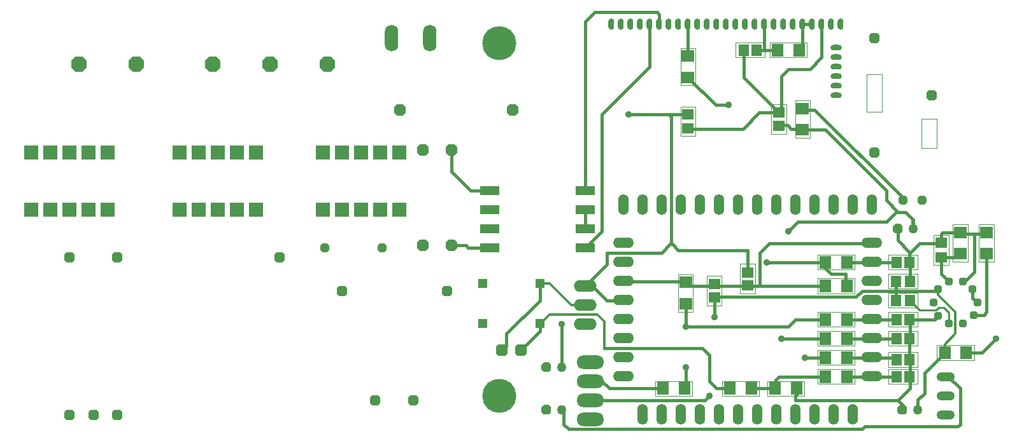
<source format=gtl>
%FSLAX44Y44*%
%MOMM*%
G71*
G01*
G75*
G04 Layer_Physical_Order=1*
G04 Layer_Color=255*
%ADD10R,1.6002X1.8034*%
%ADD11R,1.8034X1.6002*%
%ADD12R,1.3208X1.5240*%
%ADD13R,1.5240X1.3208*%
%ADD14R,2.5400X1.2700*%
%ADD15C,0.4064*%
%ADD16C,0.2540*%
%ADD17C,0.3048*%
%ADD18C,0.0508*%
G04:AMPARAMS|DCode=19|XSize=1.9812mm|YSize=1.9812mm|CornerRadius=0mm|HoleSize=0mm|Usage=FLASHONLY|Rotation=180.000|XOffset=0mm|YOffset=0mm|HoleType=Round|Shape=Octagon|*
%AMOCTAGOND19*
4,1,8,-0.9906,0.4953,-0.9906,-0.4953,-0.4953,-0.9906,0.4953,-0.9906,0.9906,-0.4953,0.9906,0.4953,0.4953,0.9906,-0.4953,0.9906,-0.9906,0.4953,0.0*
%
%ADD19OCTAGOND19*%

%ADD20C,1.2700*%
G04:AMPARAMS|DCode=21|XSize=1.27mm|YSize=1.27mm|CornerRadius=0mm|HoleSize=0mm|Usage=FLASHONLY|Rotation=180.000|XOffset=0mm|YOffset=0mm|HoleType=Round|Shape=Octagon|*
%AMOCTAGOND21*
4,1,8,-0.6350,0.3175,-0.6350,-0.3175,-0.3175,-0.6350,0.3175,-0.6350,0.6350,-0.3175,0.6350,0.3175,0.3175,0.6350,-0.3175,0.6350,-0.6350,0.3175,0.0*
%
%ADD21OCTAGOND21*%

%ADD22O,3.6576X1.8288*%
G04:AMPARAMS|DCode=23|XSize=1.0668mm|YSize=1.0668mm|CornerRadius=0mm|HoleSize=0mm|Usage=FLASHONLY|Rotation=90.000|XOffset=0mm|YOffset=0mm|HoleType=Round|Shape=Octagon|*
%AMOCTAGOND23*
4,1,8,0.2667,0.5334,-0.2667,0.5334,-0.5334,0.2667,-0.5334,-0.2667,-0.2667,-0.5334,0.2667,-0.5334,0.5334,-0.2667,0.5334,0.2667,0.2667,0.5334,0.0*
%
%ADD23OCTAGOND23*%

%ADD24O,3.0480X1.5240*%
%ADD25O,2.7432X1.3716*%
%ADD26O,1.3716X2.7432*%
%ADD27O,1.5240X0.7620*%
%ADD28O,0.7620X1.5240*%
G04:AMPARAMS|DCode=29|XSize=1.524mm|YSize=1.524mm|CornerRadius=0mm|HoleSize=0mm|Usage=FLASHONLY|Rotation=270.000|XOffset=0mm|YOffset=0mm|HoleType=Round|Shape=Octagon|*
%AMOCTAGOND29*
4,1,8,-0.3810,-0.7620,0.3810,-0.7620,0.7620,-0.3810,0.7620,0.3810,0.3810,0.7620,-0.3810,0.7620,-0.7620,0.3810,-0.7620,-0.3810,-0.3810,-0.7620,0.0*
%
%ADD29OCTAGOND29*%

%ADD30O,2.4384X1.2192*%
%ADD31O,1.7780X3.5560*%
%ADD32R,1.8288X1.8288*%
G04:AMPARAMS|DCode=33|XSize=1.2192mm|YSize=1.2192mm|CornerRadius=0mm|HoleSize=0mm|Usage=FLASHONLY|Rotation=0.000|XOffset=0mm|YOffset=0mm|HoleType=Round|Shape=Octagon|*
%AMOCTAGOND33*
4,1,8,0.6096,-0.3048,0.6096,0.3048,0.3048,0.6096,-0.3048,0.6096,-0.6096,0.3048,-0.6096,-0.3048,-0.3048,-0.6096,0.3048,-0.6096,0.6096,-0.3048,0.0*
%
%ADD33OCTAGOND33*%

G04:AMPARAMS|DCode=34|XSize=1.524mm|YSize=1.524mm|CornerRadius=0mm|HoleSize=0mm|Usage=FLASHONLY|Rotation=180.000|XOffset=0mm|YOffset=0mm|HoleType=Round|Shape=Octagon|*
%AMOCTAGOND34*
4,1,8,-0.7620,0.3810,-0.7620,-0.3810,-0.3810,-0.7620,0.3810,-0.7620,0.7620,-0.3810,0.7620,0.3810,0.3810,0.7620,-0.3810,0.7620,-0.7620,0.3810,0.0*
%
%ADD34OCTAGOND34*%

G04:AMPARAMS|DCode=35|XSize=1.6002mm|YSize=1.6002mm|CornerRadius=0mm|HoleSize=0mm|Usage=FLASHONLY|Rotation=0.000|XOffset=0mm|YOffset=0mm|HoleType=Round|Shape=Octagon|*
%AMOCTAGOND35*
4,1,8,0.8001,-0.4001,0.8001,0.4001,0.4001,0.8001,-0.4001,0.8001,-0.8001,0.4001,-0.8001,-0.4001,-0.4001,-0.8001,0.4001,-0.8001,0.8001,-0.4001,0.0*
%
%ADD35OCTAGOND35*%

%ADD36R,1.2192X1.2192*%
G04:AMPARAMS|DCode=37|XSize=1.3716mm|YSize=1.3716mm|CornerRadius=0mm|HoleSize=0mm|Usage=FLASHONLY|Rotation=90.000|XOffset=0mm|YOffset=0mm|HoleType=Round|Shape=Octagon|*
%AMOCTAGOND37*
4,1,8,0.3429,0.6858,-0.3429,0.6858,-0.6858,0.3429,-0.6858,-0.3429,-0.3429,-0.6858,0.3429,-0.6858,0.6858,-0.3429,0.6858,0.3429,0.3429,0.6858,0.0*
%
%ADD37OCTAGOND37*%

G04:AMPARAMS|DCode=38|XSize=1.3716mm|YSize=1.3716mm|CornerRadius=0mm|HoleSize=0mm|Usage=FLASHONLY|Rotation=180.000|XOffset=0mm|YOffset=0mm|HoleType=Round|Shape=Octagon|*
%AMOCTAGOND38*
4,1,8,-0.6858,0.3429,-0.6858,-0.3429,-0.3429,-0.6858,0.3429,-0.6858,0.6858,-0.3429,0.6858,0.3429,0.3429,0.6858,-0.3429,0.6858,-0.6858,0.3429,0.0*
%
%ADD38OCTAGOND38*%

%ADD39C,4.5212*%
%ADD40C,0.9096*%
D10*
X1370072Y765302D02*
D03*
X1341628D02*
D03*
X1405132Y482600D02*
D03*
X1433576D02*
D03*
X1217672Y314452D02*
D03*
X1189228D02*
D03*
X1405132Y450850D02*
D03*
X1433576D02*
D03*
X1405132Y406400D02*
D03*
X1433576D02*
D03*
X1405132Y381000D02*
D03*
X1433576D02*
D03*
X1405132Y355600D02*
D03*
X1433576D02*
D03*
X1405132Y330200D02*
D03*
X1433576D02*
D03*
X1366770Y314452D02*
D03*
X1338326D02*
D03*
X1306572D02*
D03*
X1278128D02*
D03*
X1592322Y361950D02*
D03*
X1563878D02*
D03*
D11*
X1222502Y728730D02*
D03*
Y757174D02*
D03*
X1219200Y455672D02*
D03*
Y427228D02*
D03*
X1374902Y658880D02*
D03*
Y687324D02*
D03*
X1619250Y493780D02*
D03*
Y522224D02*
D03*
X1584452Y522220D02*
D03*
Y493776D02*
D03*
D12*
X1516888Y482600D02*
D03*
X1499752D02*
D03*
X1516888Y352552D02*
D03*
X1499752D02*
D03*
X1516888Y381000D02*
D03*
X1499752D02*
D03*
X1516888Y406400D02*
D03*
X1499752D02*
D03*
X1516888Y330200D02*
D03*
X1499752D02*
D03*
X1517904Y457200D02*
D03*
X1498752D02*
D03*
X1313688Y765302D02*
D03*
X1296552D02*
D03*
X1498600Y431800D02*
D03*
X1517752D02*
D03*
D13*
X1559052Y508254D02*
D03*
Y489102D02*
D03*
X1222502Y679704D02*
D03*
Y660552D02*
D03*
X1343152Y681736D02*
D03*
Y664600D02*
D03*
X1301750Y451866D02*
D03*
Y469002D02*
D03*
X1257300Y453136D02*
D03*
Y436000D02*
D03*
D14*
X958850Y577850D02*
D03*
X1085850Y501650D02*
D03*
Y527050D02*
D03*
Y552450D02*
D03*
Y577850D02*
D03*
X958850Y552450D02*
D03*
Y527050D02*
D03*
Y501650D02*
D03*
D15*
X930402D02*
X958850D01*
X927100Y504952D02*
X930402Y501650D01*
X908050Y504952D02*
X927100D01*
X1466850Y482600D02*
X1499870D01*
X1433576D02*
X1466850D01*
X1365250Y406400D02*
X1403350D01*
X1355852Y397002D02*
X1365250Y406400D01*
X1219200Y397002D02*
X1355852D01*
X1219200D02*
Y427228D01*
Y316230D02*
Y342900D01*
X1217676Y314452D02*
X1219200Y316230D01*
X1117600Y314452D02*
X1189228D01*
X1108202Y323850D02*
X1117600Y314452D01*
X1092200Y323850D02*
X1108202D01*
X1327150Y482600D02*
X1405128D01*
X1244600Y298450D02*
X1250950Y304800D01*
X1092200Y298450D02*
X1244600D01*
X1432052Y452374D02*
X1433576Y450850D01*
X1432052Y452374D02*
Y466852D01*
X1413002D02*
X1432052D01*
X1405128Y474726D02*
X1413002Y466852D01*
X1405128Y474726D02*
Y482600D01*
X1466850Y330200D02*
X1499870D01*
X1433576D02*
X1466850D01*
Y355600D02*
X1496568D01*
X1499870Y352552D01*
X1433576Y355600D02*
X1466850D01*
Y381000D02*
X1499870D01*
X1433576D02*
X1466850D01*
X1433576Y406400D02*
X1466850D01*
X1499870D01*
X1612900Y361950D02*
X1631950Y381000D01*
X1592326Y361950D02*
X1612900D01*
X1559052Y488950D02*
X1579626D01*
X1584452Y494030D01*
X1559052Y466852D02*
X1569212Y456692D01*
X1559052Y466852D02*
Y488950D01*
Y489204D01*
X1600962Y435102D02*
Y446532D01*
Y435102D02*
X1607312Y428752D01*
X1222502Y757174D02*
Y800100D01*
X1343152Y330200D02*
X1405128D01*
X1338580Y325628D02*
X1343152Y330200D01*
X1338580Y314452D02*
Y325628D01*
X1306576Y314452D02*
X1338580D01*
X1377950Y355600D02*
X1405128D01*
X1602232Y412242D02*
X1615440D01*
X1619250Y416052D01*
Y494030D01*
X1085850Y527050D02*
Y552450D01*
X1259078Y692150D02*
X1276350D01*
X1222502Y728980D02*
X1259078Y692150D01*
X1324102Y765302D02*
Y800100D01*
X1313434Y765302D02*
X1324102D01*
X1343152D01*
X1374902Y687324D02*
X1376426Y685800D01*
X1390650D01*
X1508252Y568452D01*
Y565150D02*
Y568452D01*
X1171702Y742950D02*
Y800100D01*
X1108202Y679450D02*
X1171702Y742950D01*
X1108202Y524002D02*
Y679450D01*
X1085850Y501650D02*
X1108202Y524002D01*
X1184402Y800100D02*
Y812800D01*
X1181100Y816102D02*
X1184402Y812800D01*
X1098550Y816102D02*
X1181100D01*
X1085850Y803402D02*
X1098550Y816102D01*
X1085850Y577850D02*
Y803402D01*
X1454150Y444500D02*
X1498854D01*
X1445768Y436118D02*
X1454150Y444500D01*
X1257300Y436118D02*
X1445768D01*
X1257300Y409702D02*
Y436118D01*
X1498854Y444500D02*
X1553210D01*
X1555242Y446532D01*
X1498854Y431800D02*
Y444500D01*
Y457200D01*
X1527810Y285750D02*
Y299212D01*
X1536700Y308102D01*
Y335026D01*
X1563878Y361950D01*
X1371600Y765302D02*
X1374902Y768350D01*
X1355852Y524002D02*
X1368552Y536702D01*
X1485900D01*
X1498600Y549402D01*
X1501902D01*
X1511300D01*
X1520952Y539750D02*
X1521460Y539242D01*
Y527050D02*
Y539242D01*
X1346200Y381000D02*
X1405128D01*
X1520952Y527812D02*
X1521460Y527050D01*
X1520952Y527812D02*
Y539750D01*
X1511300Y549402D02*
X1520952Y539750D01*
X1485900Y565150D02*
X1501902Y549402D01*
X1485900Y565150D02*
Y577850D01*
X1404874Y659130D02*
X1485900Y577850D01*
X1374902Y659130D02*
X1404874D01*
X1373378Y660400D02*
X1374902Y659130D01*
X1358900Y660400D02*
X1373378D01*
X1354836Y664718D02*
X1358900Y660400D01*
X1343152Y664718D02*
X1354836D01*
X1387602Y381000D02*
X1405128D01*
X1374902Y800100D02*
X1387602D01*
X1374902Y768350D02*
Y800100D01*
X1054862Y342900D02*
Y399542D01*
Y285750D02*
X1057402Y283210D01*
Y266700D02*
Y283210D01*
Y266700D02*
X1063752Y260350D01*
X1454150D01*
X1457452Y263652D01*
X1581150D01*
X1584452Y266700D01*
Y314452D01*
X1568450Y330200D02*
X1584452Y314452D01*
X1565402Y330200D02*
X1568450D01*
X1198626Y506476D02*
X1201928D01*
X1187450Y495300D02*
X1198626Y506476D01*
X1114552Y495300D02*
X1187450D01*
X1114552Y479552D02*
Y495300D01*
X1085850Y450850D02*
X1114552Y479552D01*
X1085850Y450850D02*
X1095502D01*
X1114552Y431800D01*
X1136650D01*
X1301750Y468884D02*
Y498602D01*
X1209802D02*
X1301750D01*
X1201928Y506476D02*
X1209802Y498602D01*
X1200150Y508000D02*
X1201928Y506476D01*
X1200150Y508000D02*
Y676402D01*
X1197102Y679450D02*
X1200150Y676402D01*
X1197102Y679450D02*
X1222502D01*
X1143254D02*
X1222502D01*
X1143000D02*
X1143254D01*
X933450Y577850D02*
X958850D01*
X908050Y603250D02*
X933450Y577850D01*
X908050Y603250D02*
Y631952D01*
X1250950Y323850D02*
X1260602Y314452D01*
X1250950Y323850D02*
Y358902D01*
X1241552Y368300D02*
X1250950Y358902D01*
X1260602Y314452D02*
X1276350D01*
X1111250Y368300D02*
X1241552D01*
X1025652Y400050D02*
Y401320D01*
Y390652D02*
Y400050D01*
X1000252Y365252D02*
X1025652Y390652D01*
X1588262Y456692D02*
X1588770Y457200D01*
X1590802D01*
X1516634Y330200D02*
X1517650Y329184D01*
Y314452D02*
Y329184D01*
X1307084Y452120D02*
X1308100Y450850D01*
X1301750Y452120D02*
X1307084D01*
X1507490Y285750D02*
X1508252Y286512D01*
Y292100D01*
X1501902Y298450D02*
X1508252Y292100D01*
X1317752Y450850D02*
Y495300D01*
X1330452Y508000D01*
X1400302Y755650D02*
Y800100D01*
X1384300Y739902D02*
X1400302Y755650D01*
X1355852Y739902D02*
X1384300D01*
X1346200Y730250D02*
X1355852Y739902D01*
X1346200Y681736D02*
Y730250D01*
X1343152Y681736D02*
X1346200D01*
X1296670Y728218D02*
Y765302D01*
Y728218D02*
X1343152Y681736D01*
X1316736D02*
X1343152D01*
X1295400Y660400D02*
X1316736Y681736D01*
X1222502Y660400D02*
X1295400D01*
X1222502D02*
Y660654D01*
X1603502Y469900D02*
Y520700D01*
X1590802Y457200D02*
X1603502Y469900D01*
X1366774Y306324D02*
Y314452D01*
X1365250Y304800D02*
X1366774Y306324D01*
X1365250Y298450D02*
Y304800D01*
Y298450D02*
X1501902D01*
X1330452Y508000D02*
X1466850D01*
X1317752Y450850D02*
X1405128D01*
X1308100D02*
X1317752D01*
X1259586D02*
X1308100D01*
X1257300Y453136D02*
X1259586Y450850D01*
X1136650Y457200D02*
X1217676D01*
X1219200Y455676D01*
X1212850Y450850D02*
X1255268D01*
X1257300Y453136D01*
X1403096D02*
X1405128Y450850D01*
X1603502Y520700D02*
X1612900D01*
X1585976D02*
X1603502D01*
X1584452Y522224D02*
X1585976Y520700D01*
X1517650Y457200D02*
Y481838D01*
X1516634Y482600D02*
X1517650Y481838D01*
X1516634Y482600D02*
Y494284D01*
X1517650Y495300D01*
X1560576Y522224D02*
X1584452D01*
X1559052Y520700D02*
X1560576Y522224D01*
X1559052Y508000D02*
Y520700D01*
X1550670Y406400D02*
X1555242Y410972D01*
X1516634Y406400D02*
X1550670D01*
X1516634D02*
X1517650Y405384D01*
Y381000D02*
Y405384D01*
X1516634Y381000D02*
X1517650D01*
X1516634Y352552D02*
Y381000D01*
Y352552D02*
X1517650Y351536D01*
Y329184D02*
Y351536D01*
X1501902Y298450D02*
X1517650Y314452D01*
Y495300D02*
X1530350Y508000D01*
X1559052D01*
X1501140Y511810D02*
X1517650Y495300D01*
X1501140Y511810D02*
Y527050D01*
X1025652Y431800D02*
Y454152D01*
X981202Y387350D02*
X1025652Y431800D01*
X981202Y371602D02*
Y387350D01*
X974852Y365252D02*
X981202Y371602D01*
D16*
X1555750Y422402D02*
X1562100D01*
X1552702Y419100D02*
X1555750Y422402D01*
X1530350Y419100D02*
X1552702D01*
X1517650Y431800D02*
X1530350Y419100D01*
X1562100Y422402D02*
X1569212Y415290D01*
Y400812D02*
Y415290D01*
D17*
X1578102Y387350D02*
Y416052D01*
X1555242Y438912D02*
X1578102Y416052D01*
X1555242Y438912D02*
Y446532D01*
X1563878Y373380D02*
X1578102Y387350D01*
X1563878Y361950D02*
Y373380D01*
X1054100Y400050D02*
X1054862Y399542D01*
X1025652Y400050D02*
X1038352Y412750D01*
X1101852D01*
X1111250Y403352D01*
Y368300D02*
Y403352D01*
X1066800Y425450D02*
X1085850D01*
X1038352Y454152D02*
X1066800Y425450D01*
X1025652Y454152D02*
X1038352D01*
D18*
X1380582Y755396D02*
Y775132D01*
X1330960D02*
X1380582D01*
X1330960Y755396D02*
Y775132D01*
Y755396D02*
X1380582D01*
X1212596Y718220D02*
X1232332D01*
Y767842D01*
X1212596D02*
X1232332D01*
X1212596Y718220D02*
Y767842D01*
X1394622Y472770D02*
Y492506D01*
Y472770D02*
X1444244D01*
Y492506D01*
X1394622D02*
X1444244D01*
X1528064Y472770D02*
Y492506D01*
X1488522Y472770D02*
Y492506D01*
Y472770D02*
X1528064D01*
X1488522Y492506D02*
X1528064D01*
X1209370Y466182D02*
X1229106D01*
X1209370Y416560D02*
Y466182D01*
Y416560D02*
X1229106D01*
Y466182D01*
X1228182Y304546D02*
Y324282D01*
X1178560D02*
X1228182D01*
X1178560Y304546D02*
Y324282D01*
Y304546D02*
X1228182D01*
X1394622Y441020D02*
Y460756D01*
Y441020D02*
X1444244D01*
Y460756D01*
X1394622D02*
X1444244D01*
X1394622Y396570D02*
Y416306D01*
Y396570D02*
X1444244D01*
Y416306D01*
X1394622D02*
X1444244D01*
X1394622Y371170D02*
Y390906D01*
Y371170D02*
X1444244D01*
Y390906D01*
X1394622D02*
X1444244D01*
X1394622Y345770D02*
Y365506D01*
Y345770D02*
X1444244D01*
Y365506D01*
X1394622D02*
X1444244D01*
X1394622Y320370D02*
Y340106D01*
Y320370D02*
X1444244D01*
Y340106D01*
X1394622D02*
X1444244D01*
X1528064Y342722D02*
Y362458D01*
X1488522Y342722D02*
Y362458D01*
Y342722D02*
X1528064D01*
X1488522Y362458D02*
X1528064D01*
Y371170D02*
Y390906D01*
X1488522Y371170D02*
Y390906D01*
Y371170D02*
X1528064D01*
X1488522Y390906D02*
X1528064D01*
Y396570D02*
Y416306D01*
X1488522Y396570D02*
Y416306D01*
Y396570D02*
X1528064D01*
X1488522Y416306D02*
X1528064D01*
Y320370D02*
Y340106D01*
X1488522Y320370D02*
Y340106D01*
Y320370D02*
X1528064D01*
X1488522Y340106D02*
X1528064D01*
X1364996Y648370D02*
X1384732D01*
Y697992D01*
X1364996D02*
X1384732D01*
X1364996Y648370D02*
Y697992D01*
X1377280Y304546D02*
Y324282D01*
X1327658D02*
X1377280D01*
X1327658Y304546D02*
Y324282D01*
Y304546D02*
X1377280D01*
X1317082D02*
Y324282D01*
X1267460D02*
X1317082D01*
X1267460Y304546D02*
Y324282D01*
Y304546D02*
X1317082D01*
X1609344Y483270D02*
X1629080D01*
Y532892D01*
X1609344D02*
X1629080D01*
X1609344Y483270D02*
Y532892D01*
X1574622Y532730D02*
X1594358D01*
X1574622Y483108D02*
Y532730D01*
Y483108D02*
X1594358D01*
Y532730D01*
X1602832Y352044D02*
Y371780D01*
X1553210D02*
X1602832D01*
X1553210Y352044D02*
Y371780D01*
Y352044D02*
X1602832D01*
X1528064Y447370D02*
Y467106D01*
X1488522Y447370D02*
Y467106D01*
Y447370D02*
X1528064D01*
X1488522Y467106D02*
X1528064D01*
X1324864Y755472D02*
Y775208D01*
X1285322Y755472D02*
Y775208D01*
Y755472D02*
X1324864D01*
X1285322Y775208D02*
X1324864D01*
X1488440Y421894D02*
Y441630D01*
X1527982Y421894D02*
Y441630D01*
X1488440D02*
X1527982D01*
X1488440Y421894D02*
X1527982D01*
X1549146Y518414D02*
X1568882D01*
X1549146Y478872D02*
X1568882D01*
Y518414D01*
X1549146Y478872D02*
Y518414D01*
X1212596Y689864D02*
X1232332D01*
X1212596Y650322D02*
X1232332D01*
Y689864D01*
X1212596Y650322D02*
Y689864D01*
X1333246Y692912D02*
X1352982D01*
X1333246Y653370D02*
X1352982D01*
Y692912D01*
X1333246Y653370D02*
Y692912D01*
X1291920Y440690D02*
X1311656D01*
X1291920Y480232D02*
X1311656D01*
X1291920Y440690D02*
Y480232D01*
X1311656Y440690D02*
Y480232D01*
X1247394Y464312D02*
X1267130D01*
X1247394Y424770D02*
X1267130D01*
Y464312D01*
X1247394Y424770D02*
Y464312D01*
X1460246Y732882D02*
X1479982D01*
Y683260D02*
Y732882D01*
X1460246Y683260D02*
X1479982D01*
X1460246D02*
Y732882D01*
X1533144Y634238D02*
X1552880D01*
X1533144Y673780D02*
X1552880D01*
Y634238D02*
Y673780D01*
X1533144Y634238D02*
Y673780D01*
D19*
X412750Y746252D02*
D03*
X488950D02*
D03*
X742950D02*
D03*
X666750D02*
D03*
X590550D02*
D03*
D20*
X1521460Y527050D02*
D03*
X1054862Y285750D02*
D03*
X1527810D02*
D03*
X1054862Y342900D02*
D03*
D21*
X1501140Y527050D02*
D03*
X1034542Y285750D02*
D03*
X1507490D02*
D03*
X1034542Y342900D02*
D03*
D22*
X1092200Y349250D02*
D03*
Y323850D02*
D03*
Y298450D02*
D03*
Y273050D02*
D03*
D23*
X1602232Y412242D02*
D03*
X1588262Y400812D02*
D03*
X1569212D02*
D03*
X1555242Y410972D02*
D03*
X1548892Y428752D02*
D03*
X1555242Y446532D02*
D03*
X1569212Y456692D02*
D03*
X1588262D02*
D03*
X1600962Y446532D02*
D03*
X1607312Y428752D02*
D03*
D24*
X1085850Y450850D02*
D03*
Y425450D02*
D03*
Y400050D02*
D03*
D25*
X1136650Y508254D02*
D03*
Y482854D02*
D03*
Y457454D02*
D03*
Y432054D02*
D03*
Y406527D02*
D03*
Y381127D02*
D03*
Y355727D02*
D03*
Y330327D02*
D03*
X1466850Y508254D02*
D03*
Y482854D02*
D03*
Y457454D02*
D03*
Y432054D02*
D03*
Y406527D02*
D03*
Y381127D02*
D03*
Y355727D02*
D03*
Y330327D02*
D03*
D26*
X1136650Y559054D02*
D03*
X1162050D02*
D03*
X1187450D02*
D03*
X1212850D02*
D03*
X1238250D02*
D03*
X1263650D02*
D03*
X1289050D02*
D03*
X1314450D02*
D03*
X1339850D02*
D03*
X1365250D02*
D03*
X1390650D02*
D03*
X1416050D02*
D03*
X1441450D02*
D03*
X1466850D02*
D03*
X1162050Y279527D02*
D03*
X1187450D02*
D03*
X1212850D02*
D03*
X1238250D02*
D03*
X1263650D02*
D03*
X1289050D02*
D03*
X1314450D02*
D03*
X1339850D02*
D03*
X1365250D02*
D03*
X1390650D02*
D03*
X1416050D02*
D03*
X1441450D02*
D03*
D27*
X1419352Y704850D02*
D03*
Y717550D02*
D03*
Y730250D02*
D03*
Y742950D02*
D03*
Y755650D02*
D03*
Y768350D02*
D03*
D28*
X1120902Y800100D02*
D03*
X1133602D02*
D03*
X1146302D02*
D03*
X1159002D02*
D03*
X1171702D02*
D03*
X1184402D02*
D03*
X1197102D02*
D03*
X1209802D02*
D03*
X1222502D02*
D03*
X1235202D02*
D03*
X1247902D02*
D03*
X1260602D02*
D03*
X1273302D02*
D03*
X1286002D02*
D03*
X1298702D02*
D03*
X1311402D02*
D03*
X1324102D02*
D03*
X1336802D02*
D03*
X1349502D02*
D03*
X1362202D02*
D03*
X1374902D02*
D03*
X1387602D02*
D03*
X1400302D02*
D03*
X1413002D02*
D03*
X1425702D02*
D03*
D29*
X908050Y504952D02*
D03*
Y631952D02*
D03*
X869950Y504952D02*
D03*
Y631952D02*
D03*
D30*
X1565402Y330200D02*
D03*
Y304800D02*
D03*
Y279400D02*
D03*
D31*
X828802Y781050D02*
D03*
X879602D02*
D03*
D32*
X450850Y552450D02*
D03*
X425450D02*
D03*
X400050D02*
D03*
X450850Y628650D02*
D03*
X425450D02*
D03*
X400050D02*
D03*
X374650D02*
D03*
X349250D02*
D03*
X374650Y552450D02*
D03*
X349250D02*
D03*
X647700D02*
D03*
X622300D02*
D03*
X596900D02*
D03*
X647700Y628650D02*
D03*
X622300D02*
D03*
X596900D02*
D03*
X571500D02*
D03*
X546100D02*
D03*
X571500Y552450D02*
D03*
X546100D02*
D03*
X838200D02*
D03*
X812800D02*
D03*
X787400D02*
D03*
X838200Y628650D02*
D03*
X812800D02*
D03*
X787400D02*
D03*
X762000D02*
D03*
X736600D02*
D03*
X762000Y552450D02*
D03*
X736600D02*
D03*
D33*
X1533652Y565150D02*
D03*
X1508252D02*
D03*
X816102Y501650D02*
D03*
X739902D02*
D03*
D34*
X839470Y685800D02*
D03*
X989330D02*
D03*
D35*
X1000252Y365252D02*
D03*
X974852D02*
D03*
D36*
X949452Y401320D02*
D03*
X1025652D02*
D03*
Y454660D02*
D03*
X949452D02*
D03*
D37*
X1546352Y704850D02*
D03*
X1470152Y781050D02*
D03*
Y628650D02*
D03*
X857250Y298450D02*
D03*
X806450D02*
D03*
X901700Y444500D02*
D03*
X762000D02*
D03*
D38*
X431800Y279400D02*
D03*
X400050D02*
D03*
X463550D02*
D03*
X400050Y488950D02*
D03*
X463550D02*
D03*
X679450D02*
D03*
D39*
X971550Y304800D02*
D03*
Y774700D02*
D03*
D40*
X1219200Y397002D02*
D03*
Y342900D02*
D03*
X1327150Y482600D02*
D03*
X1250950Y304800D02*
D03*
X1631950Y381000D02*
D03*
X1377950Y355600D02*
D03*
X1276350Y692150D02*
D03*
X1257300Y409702D02*
D03*
X1346200Y381000D02*
D03*
X1355852Y524002D02*
D03*
X1054100Y400050D02*
D03*
X1143000Y679450D02*
D03*
M02*

</source>
